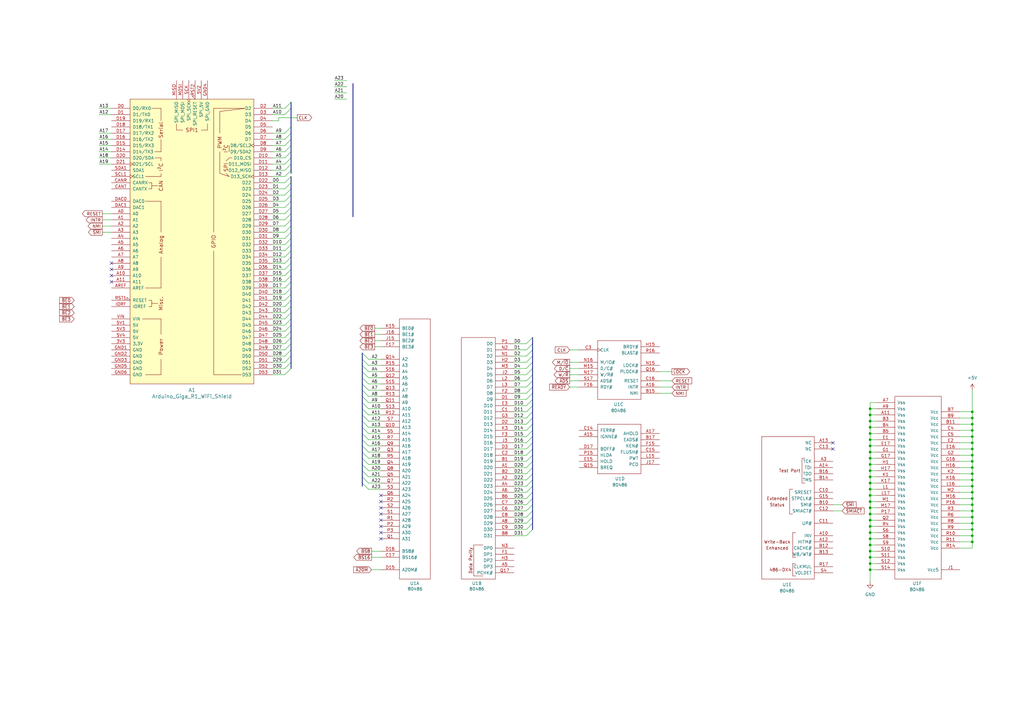
<source format=kicad_sch>
(kicad_sch (version 20231120) (generator "eeschema") (generator_version "8.0")
  (paper "A3")
  (junction (at 356.87 190.5))
  (junction (at 398.78 207.01))
  (junction (at 356.87 167.64))
  (junction (at 398.78 196.85))
  (junction (at 398.78 199.39))
  (junction (at 356.87 195.58))
  (junction (at 398.78 184.15))
  (junction (at 356.87 218.44))
  (junction (at 356.87 223.52))
  (junction (at 398.78 214.63))
  (junction (at 356.87 177.8))
  (junction (at 398.78 201.93))
  (junction (at 398.78 168.91))
  (junction (at 356.87 220.98))
  (junction (at 398.78 189.23))
  (junction (at 398.78 219.71))
  (junction (at 356.87 205.74))
  (junction (at 356.87 170.18))
  (junction (at 356.87 198.12))
  (junction (at 356.87 228.6))
  (junction (at 356.87 208.28))
  (junction (at 398.78 194.31))
  (junction (at 398.78 212.09))
  (junction (at 356.87 180.34))
  (junction (at 356.87 210.82))
  (junction (at 356.87 175.26))
  (junction (at 398.78 217.17))
  (junction (at 356.87 203.2))
  (junction (at 398.78 173.99))
  (junction (at 398.78 181.61))
  (junction (at 356.87 231.14))
  (junction (at 356.87 187.96))
  (junction (at 398.78 179.07))
  (junction (at 398.78 222.25))
  (junction (at 356.87 200.66))
  (junction (at 356.87 172.72))
  (junction (at 398.78 176.53))
  (junction (at 356.87 226.06))
  (junction (at 356.87 185.42))
  (junction (at 356.87 233.68))
  (junction (at 398.78 186.69))
  (junction (at 398.78 191.77))
  (junction (at 356.87 193.04))
  (junction (at 398.78 209.55))
  (junction (at 398.78 204.47))
  (junction (at 356.87 215.9))
  (junction (at 356.87 182.88))
  (junction (at 398.78 171.45))
  (junction (at 356.87 213.36))
  (no_connect (at 45.72 110.49))
  (no_connect (at 156.21 213.36))
  (no_connect (at 156.21 218.44))
  (no_connect (at 45.72 115.57))
  (no_connect (at 156.21 203.2))
  (no_connect (at 156.21 208.28))
  (no_connect (at 156.21 215.9))
  (no_connect (at 45.72 107.95))
  (no_connect (at 156.21 210.82))
  (no_connect (at 45.72 113.03))
  (no_connect (at 341.63 184.15))
  (no_connect (at 341.63 181.61))
  (no_connect (at 156.21 220.98))
  (no_connect (at 156.21 205.74))
  (bus_entry (at 119.38 128.27) (size -2.54 2.54))
  (bus_entry (at 218.44 173.99) (size -2.54 2.54))
  (bus_entry (at 116.84 69.85) (size 2.54 -2.54))
  (bus_entry (at 116.84 72.39) (size 2.54 -2.54))
  (bus_entry (at 119.38 82.55) (size -2.54 2.54))
  (bus_entry (at 218.44 191.77) (size -2.54 2.54))
  (bus_entry (at 218.44 156.21) (size -2.54 2.54))
  (bus_entry (at 218.44 184.15) (size -2.54 2.54))
  (bus_entry (at 218.44 207.01) (size -2.54 2.54))
  (bus_entry (at 148.59 149.86) (size 2.54 2.54))
  (bus_entry (at 119.38 151.13) (size -2.54 2.54))
  (bus_entry (at 218.44 171.45) (size -2.54 2.54))
  (bus_entry (at 119.38 80.01) (size -2.54 2.54))
  (bus_entry (at 116.84 64.77) (size 2.54 -2.54))
  (bus_entry (at 119.38 87.63) (size -2.54 2.54))
  (bus_entry (at 218.44 217.17) (size -2.54 2.54))
  (bus_entry (at 119.38 123.19) (size -2.54 2.54))
  (bus_entry (at 148.59 177.8) (size 2.54 2.54))
  (bus_entry (at 116.84 62.23) (size 2.54 -2.54))
  (bus_entry (at 119.38 102.87) (size -2.54 2.54))
  (bus_entry (at 148.59 144.78) (size 2.54 2.54))
  (bus_entry (at 218.44 199.39) (size -2.54 2.54))
  (bus_entry (at 119.38 74.93) (size -2.54 2.54))
  (bus_entry (at 116.84 46.99) (size 2.54 -2.54))
  (bus_entry (at 148.59 170.18) (size 2.54 2.54))
  (bus_entry (at 148.59 193.04) (size 2.54 2.54))
  (bus_entry (at 148.59 198.12) (size 2.54 2.54))
  (bus_entry (at 218.44 186.69) (size -2.54 2.54))
  (bus_entry (at 119.38 85.09) (size -2.54 2.54))
  (bus_entry (at 119.38 120.65) (size -2.54 2.54))
  (bus_entry (at 119.38 107.95) (size -2.54 2.54))
  (bus_entry (at 119.38 133.35) (size -2.54 2.54))
  (bus_entry (at 218.44 212.09) (size -2.54 2.54))
  (bus_entry (at 119.38 148.59) (size -2.54 2.54))
  (bus_entry (at 218.44 138.43) (size -2.54 2.54))
  (bus_entry (at 218.44 204.47) (size -2.54 2.54))
  (bus_entry (at 148.59 157.48) (size 2.54 2.54))
  (bus_entry (at 116.84 44.45) (size 2.54 -2.54))
  (bus_entry (at 116.84 54.61) (size 2.54 -2.54))
  (bus_entry (at 148.59 185.42) (size 2.54 2.54))
  (bus_entry (at 119.38 140.97) (size -2.54 2.54))
  (bus_entry (at 148.59 162.56) (size 2.54 2.54))
  (bus_entry (at 218.44 158.75) (size -2.54 2.54))
  (bus_entry (at 218.44 201.93) (size -2.54 2.54))
  (bus_entry (at 148.59 152.4) (size 2.54 2.54))
  (bus_entry (at 119.38 138.43) (size -2.54 2.54))
  (bus_entry (at 148.59 147.32) (size 2.54 2.54))
  (bus_entry (at 119.38 115.57) (size -2.54 2.54))
  (bus_entry (at 148.59 187.96) (size 2.54 2.54))
  (bus_entry (at 119.38 90.17) (size -2.54 2.54))
  (bus_entry (at 218.44 140.97) (size -2.54 2.54))
  (bus_entry (at 119.38 143.51) (size -2.54 2.54))
  (bus_entry (at 218.44 181.61) (size -2.54 2.54))
  (bus_entry (at 148.59 182.88) (size 2.54 2.54))
  (bus_entry (at 148.59 180.34) (size 2.54 2.54))
  (bus_entry (at 218.44 163.83) (size -2.54 2.54))
  (bus_entry (at 116.84 59.69) (size 2.54 -2.54))
  (bus_entry (at 119.38 77.47) (size -2.54 2.54))
  (bus_entry (at 218.44 209.55) (size -2.54 2.54))
  (bus_entry (at 119.38 135.89) (size -2.54 2.54))
  (bus_entry (at 148.59 165.1) (size 2.54 2.54))
  (bus_entry (at 119.38 92.71) (size -2.54 2.54))
  (bus_entry (at 119.38 72.39) (size -2.54 2.54))
  (bus_entry (at 148.59 160.02) (size 2.54 2.54))
  (bus_entry (at 119.38 146.05) (size -2.54 2.54))
  (bus_entry (at 218.44 146.05) (size -2.54 2.54))
  (bus_entry (at 218.44 161.29) (size -2.54 2.54))
  (bus_entry (at 218.44 143.51) (size -2.54 2.54))
  (bus_entry (at 119.38 100.33) (size -2.54 2.54))
  (bus_entry (at 218.44 189.23) (size -2.54 2.54))
  (bus_entry (at 119.38 118.11) (size -2.54 2.54))
  (bus_entry (at 116.84 67.31) (size 2.54 -2.54))
  (bus_entry (at 148.59 172.72) (size 2.54 2.54))
  (bus_entry (at 218.44 176.53) (size -2.54 2.54))
  (bus_entry (at 119.38 105.41) (size -2.54 2.54))
  (bus_entry (at 218.44 166.37) (size -2.54 2.54))
  (bus_entry (at 119.38 130.81) (size -2.54 2.54))
  (bus_entry (at 218.44 151.13) (size -2.54 2.54))
  (bus_entry (at 148.59 167.64) (size 2.54 2.54))
  (bus_entry (at 148.59 195.58) (size 2.54 2.54))
  (bus_entry (at 218.44 168.91) (size -2.54 2.54))
  (bus_entry (at 218.44 194.31) (size -2.54 2.54))
  (bus_entry (at 218.44 148.59) (size -2.54 2.54))
  (bus_entry (at 218.44 214.63) (size -2.54 2.54))
  (bus_entry (at 119.38 113.03) (size -2.54 2.54))
  (bus_entry (at 119.38 110.49) (size -2.54 2.54))
  (bus_entry (at 218.44 196.85) (size -2.54 2.54))
  (bus_entry (at 148.59 154.94) (size 2.54 2.54))
  (bus_entry (at 116.84 57.15) (size 2.54 -2.54))
  (bus_entry (at 148.59 190.5) (size 2.54 2.54))
  (bus_entry (at 218.44 153.67) (size -2.54 2.54))
  (bus_entry (at 218.44 179.07) (size -2.54 2.54))
  (bus_entry (at 119.38 97.79) (size -2.54 2.54))
  (bus_entry (at 119.38 95.25) (size -2.54 2.54))
  (bus_entry (at 148.59 175.26) (size 2.54 2.54))
  (bus_entry (at 119.38 125.73) (size -2.54 2.54))
  (wire (pts (xy 356.87 220.98) (xy 356.87 223.52)))
  (bus (pts (xy 119.38 125.73) (xy 119.38 128.27)))
  (wire (pts (xy 356.87 185.42) (xy 356.87 187.96)))
  (wire (pts (xy 398.78 209.55) (xy 398.78 212.09)))
  (wire (pts (xy 356.87 195.58) (xy 359.41 195.58)))
  (wire (pts (xy 116.84 57.15) (xy 111.76 57.15)))
  (wire (pts (xy 393.7 171.45) (xy 398.78 171.45)))
  (wire (pts (xy 393.7 222.25) (xy 398.78 222.25)))
  (wire (pts (xy 152.4 228.6) (xy 156.21 228.6)))
  (wire (pts (xy 111.76 128.27) (xy 116.84 128.27)))
  (bus (pts (xy 218.44 156.21) (xy 218.44 158.75)))
  (wire (pts (xy 116.84 54.61) (xy 111.76 54.61)))
  (wire (pts (xy 210.82 207.01) (xy 215.9 207.01)))
  (wire (pts (xy 356.87 182.88) (xy 356.87 185.42)))
  (wire (pts (xy 210.82 161.29) (xy 215.9 161.29)))
  (wire (pts (xy 356.87 172.72) (xy 359.41 172.72)))
  (wire (pts (xy 111.76 146.05) (xy 116.84 146.05)))
  (wire (pts (xy 356.87 223.52) (xy 356.87 226.06)))
  (wire (pts (xy 356.87 190.5) (xy 356.87 193.04)))
  (wire (pts (xy 45.72 67.31) (xy 40.64 67.31)))
  (wire (pts (xy 210.82 173.99) (xy 215.9 173.99)))
  (wire (pts (xy 356.87 213.36) (xy 359.41 213.36)))
  (wire (pts (xy 152.4 233.68) (xy 156.21 233.68)))
  (wire (pts (xy 359.41 220.98) (xy 356.87 220.98)))
  (bus (pts (xy 144.78 34.29) (xy 144.78 88.9)))
  (wire (pts (xy 153.67 137.16) (xy 156.21 137.16)))
  (bus (pts (xy 148.59 149.86) (xy 148.59 152.4)))
  (wire (pts (xy 116.84 62.23) (xy 111.76 62.23)))
  (wire (pts (xy 356.87 193.04) (xy 356.87 195.58)))
  (bus (pts (xy 119.38 62.23) (xy 119.38 64.77)))
  (wire (pts (xy 398.78 196.85) (xy 398.78 199.39)))
  (wire (pts (xy 151.13 180.34) (xy 156.21 180.34)))
  (bus (pts (xy 148.59 167.64) (xy 148.59 170.18)))
  (bus (pts (xy 148.59 152.4) (xy 148.59 154.94)))
  (wire (pts (xy 210.82 204.47) (xy 215.9 204.47)))
  (wire (pts (xy 398.78 186.69) (xy 398.78 189.23)))
  (wire (pts (xy 398.78 171.45) (xy 398.78 173.99)))
  (bus (pts (xy 119.38 92.71) (xy 119.38 95.25)))
  (wire (pts (xy 356.87 228.6) (xy 359.41 228.6)))
  (bus (pts (xy 119.38 143.51) (xy 119.38 146.05)))
  (wire (pts (xy 270.51 158.75) (xy 275.59 158.75)))
  (wire (pts (xy 210.82 196.85) (xy 215.9 196.85)))
  (wire (pts (xy 356.87 165.1) (xy 356.87 167.64)))
  (wire (pts (xy 210.82 179.07) (xy 215.9 179.07)))
  (wire (pts (xy 111.76 140.97) (xy 116.84 140.97)))
  (wire (pts (xy 41.91 92.71) (xy 45.72 92.71)))
  (wire (pts (xy 111.76 138.43) (xy 116.84 138.43)))
  (wire (pts (xy 111.76 151.13) (xy 116.84 151.13)))
  (wire (pts (xy 151.13 198.12) (xy 156.21 198.12)))
  (wire (pts (xy 116.84 44.45) (xy 111.76 44.45)))
  (wire (pts (xy 111.76 85.09) (xy 116.84 85.09)))
  (wire (pts (xy 210.82 217.17) (xy 215.9 217.17)))
  (wire (pts (xy 210.82 184.15) (xy 215.9 184.15)))
  (bus (pts (xy 148.59 182.88) (xy 148.59 185.42)))
  (wire (pts (xy 356.87 210.82) (xy 356.87 213.36)))
  (wire (pts (xy 356.87 218.44) (xy 359.41 218.44)))
  (wire (pts (xy 233.68 153.67) (xy 237.49 153.67)))
  (wire (pts (xy 398.78 191.77) (xy 398.78 194.31)))
  (bus (pts (xy 119.38 130.81) (xy 119.38 133.35)))
  (bus (pts (xy 148.59 165.1) (xy 148.59 167.64)))
  (wire (pts (xy 111.76 97.79) (xy 116.84 97.79)))
  (wire (pts (xy 111.76 113.03) (xy 116.84 113.03)))
  (bus (pts (xy 218.44 179.07) (xy 218.44 181.61)))
  (wire (pts (xy 142.24 40.64) (xy 137.16 40.64)))
  (wire (pts (xy 210.82 181.61) (xy 215.9 181.61)))
  (bus (pts (xy 119.38 140.97) (xy 119.38 143.51)))
  (wire (pts (xy 270.51 152.4) (xy 275.59 152.4)))
  (wire (pts (xy 151.13 162.56) (xy 156.21 162.56)))
  (wire (pts (xy 142.24 35.56) (xy 137.16 35.56)))
  (wire (pts (xy 210.82 158.75) (xy 215.9 158.75)))
  (wire (pts (xy 356.87 172.72) (xy 356.87 175.26)))
  (wire (pts (xy 151.13 152.4) (xy 156.21 152.4)))
  (bus (pts (xy 148.59 190.5) (xy 148.59 193.04)))
  (bus (pts (xy 119.38 69.85) (xy 119.38 71.12)))
  (wire (pts (xy 151.13 147.32) (xy 156.21 147.32)))
  (wire (pts (xy 356.87 170.18) (xy 359.41 170.18)))
  (bus (pts (xy 218.44 148.59) (xy 218.44 151.13)))
  (wire (pts (xy 393.7 176.53) (xy 398.78 176.53)))
  (wire (pts (xy 45.72 59.69) (xy 40.64 59.69)))
  (bus (pts (xy 218.44 201.93) (xy 218.44 204.47)))
  (bus (pts (xy 148.59 172.72) (xy 148.59 175.26)))
  (wire (pts (xy 45.72 54.61) (xy 40.64 54.61)))
  (wire (pts (xy 210.82 191.77) (xy 215.9 191.77)))
  (wire (pts (xy 151.13 193.04) (xy 156.21 193.04)))
  (wire (pts (xy 151.13 175.26) (xy 156.21 175.26)))
  (wire (pts (xy 111.76 135.89) (xy 116.84 135.89)))
  (wire (pts (xy 398.78 207.01) (xy 398.78 209.55)))
  (wire (pts (xy 151.13 149.86) (xy 156.21 149.86)))
  (wire (pts (xy 111.76 123.19) (xy 116.84 123.19)))
  (wire (pts (xy 111.76 77.47) (xy 116.84 77.47)))
  (wire (pts (xy 151.13 187.96) (xy 156.21 187.96)))
  (wire (pts (xy 210.82 189.23) (xy 215.9 189.23)))
  (wire (pts (xy 233.68 148.59) (xy 237.49 148.59)))
  (bus (pts (xy 218.44 140.97) (xy 218.44 143.51)))
  (wire (pts (xy 393.7 201.93) (xy 398.78 201.93)))
  (wire (pts (xy 356.87 187.96) (xy 356.87 190.5)))
  (wire (pts (xy 356.87 193.04) (xy 359.41 193.04)))
  (wire (pts (xy 111.76 130.81) (xy 116.84 130.81)))
  (wire (pts (xy 210.82 148.59) (xy 215.9 148.59)))
  (bus (pts (xy 218.44 207.01) (xy 218.44 209.55)))
  (bus (pts (xy 218.44 209.55) (xy 218.44 212.09)))
  (wire (pts (xy 210.82 176.53) (xy 215.9 176.53)))
  (wire (pts (xy 210.82 219.71) (xy 215.9 219.71)))
  (wire (pts (xy 153.67 134.62) (xy 156.21 134.62)))
  (wire (pts (xy 116.84 46.99) (xy 111.76 46.99)))
  (bus (pts (xy 119.38 77.47) (xy 119.38 80.01)))
  (wire (pts (xy 210.82 171.45) (xy 215.9 171.45)))
  (bus (pts (xy 218.44 184.15) (xy 218.44 186.69)))
  (wire (pts (xy 111.76 120.65) (xy 116.84 120.65)))
  (wire (pts (xy 151.13 160.02) (xy 156.21 160.02)))
  (wire (pts (xy 111.76 90.17) (xy 116.84 90.17)))
  (wire (pts (xy 356.87 185.42) (xy 359.41 185.42)))
  (wire (pts (xy 393.7 209.55) (xy 398.78 209.55)))
  (wire (pts (xy 356.87 198.12) (xy 359.41 198.12)))
  (bus (pts (xy 218.44 163.83) (xy 218.44 166.37)))
  (bus (pts (xy 148.59 193.04) (xy 148.59 195.58)))
  (wire (pts (xy 356.87 203.2) (xy 356.87 205.74)))
  (wire (pts (xy 116.84 59.69) (xy 111.76 59.69)))
  (wire (pts (xy 398.78 199.39) (xy 398.78 201.93)))
  (wire (pts (xy 356.87 187.96) (xy 359.41 187.96)))
  (wire (pts (xy 356.87 198.12) (xy 356.87 200.66)))
  (wire (pts (xy 111.76 143.51) (xy 116.84 143.51)))
  (wire (pts (xy 151.13 190.5) (xy 156.21 190.5)))
  (bus (pts (xy 148.59 170.18) (xy 148.59 172.72)))
  (bus (pts (xy 119.38 113.03) (xy 119.38 115.57)))
  (bus (pts (xy 119.38 107.95) (xy 119.38 110.49)))
  (wire (pts (xy 393.7 189.23) (xy 398.78 189.23)))
  (wire (pts (xy 210.82 143.51) (xy 215.9 143.51)))
  (bus (pts (xy 218.44 181.61) (xy 218.44 184.15)))
  (wire (pts (xy 114.3 48.26) (xy 114.3 49.53)))
  (bus (pts (xy 119.38 57.15) (xy 119.38 59.69)))
  (bus (pts (xy 119.38 100.33) (xy 119.38 102.87)))
  (wire (pts (xy 393.7 184.15) (xy 398.78 184.15)))
  (wire (pts (xy 356.87 177.8) (xy 359.41 177.8)))
  (wire (pts (xy 356.87 226.06) (xy 359.41 226.06)))
  (wire (pts (xy 356.87 177.8) (xy 356.87 180.34)))
  (wire (pts (xy 151.13 185.42) (xy 156.21 185.42)))
  (bus (pts (xy 119.38 105.41) (xy 119.38 107.95)))
  (wire (pts (xy 398.78 214.63) (xy 398.78 217.17)))
  (wire (pts (xy 398.78 176.53) (xy 398.78 179.07)))
  (wire (pts (xy 116.84 69.85) (xy 111.76 69.85)))
  (wire (pts (xy 142.24 38.1) (xy 137.16 38.1)))
  (bus (pts (xy 218.44 196.85) (xy 218.44 199.39)))
  (wire (pts (xy 398.78 179.07) (xy 398.78 181.61)))
  (wire (pts (xy 116.84 64.77) (xy 111.76 64.77)))
  (wire (pts (xy 153.67 142.24) (xy 156.21 142.24)))
  (bus (pts (xy 218.44 146.05) (xy 218.44 148.59)))
  (wire (pts (xy 111.76 115.57) (xy 116.84 115.57)))
  (wire (pts (xy 393.7 196.85) (xy 398.78 196.85)))
  (bus (pts (xy 119.38 64.77) (xy 119.38 67.31)))
  (wire (pts (xy 356.87 175.26) (xy 359.41 175.26)))
  (wire (pts (xy 151.13 154.94) (xy 156.21 154.94)))
  (wire (pts (xy 111.76 74.93) (xy 116.84 74.93)))
  (wire (pts (xy 393.7 194.31) (xy 398.78 194.31)))
  (wire (pts (xy 393.7 168.91) (xy 398.78 168.91)))
  (bus (pts (xy 148.59 157.48) (xy 148.59 160.02)))
  (bus (pts (xy 218.44 214.63) (xy 218.44 217.17)))
  (bus (pts (xy 218.44 151.13) (xy 218.44 153.67)))
  (bus (pts (xy 119.38 138.43) (xy 119.38 140.97)))
  (bus (pts (xy 119.38 44.45) (xy 119.38 52.07)))
  (bus (pts (xy 218.44 176.53) (xy 218.44 179.07)))
  (wire (pts (xy 111.76 133.35) (xy 116.84 133.35)))
  (bus (pts (xy 119.38 87.63) (xy 119.38 90.17)))
  (wire (pts (xy 393.7 217.17) (xy 398.78 217.17)))
  (bus (pts (xy 148.59 198.12) (xy 148.59 199.39)))
  (wire (pts (xy 393.7 179.07) (xy 398.78 179.07)))
  (bus (pts (xy 218.44 199.39) (xy 218.44 201.93)))
  (wire (pts (xy 152.4 226.06) (xy 156.21 226.06)))
  (wire (pts (xy 356.87 203.2) (xy 359.41 203.2)))
  (wire (pts (xy 151.13 167.64) (xy 156.21 167.64)))
  (bus (pts (xy 119.38 67.31) (xy 119.38 69.85)))
  (wire (pts (xy 111.76 110.49) (xy 116.84 110.49)))
  (wire (pts (xy 210.82 151.13) (xy 215.9 151.13)))
  (wire (pts (xy 111.76 92.71) (xy 116.84 92.71)))
  (wire (pts (xy 356.87 210.82) (xy 359.41 210.82)))
  (wire (pts (xy 111.76 100.33) (xy 116.84 100.33)))
  (wire (pts (xy 210.82 168.91) (xy 215.9 168.91)))
  (wire (pts (xy 356.87 226.06) (xy 356.87 228.6)))
  (wire (pts (xy 111.76 148.59) (xy 116.84 148.59)))
  (wire (pts (xy 210.82 214.63) (xy 215.9 214.63)))
  (bus (pts (xy 218.44 153.67) (xy 218.44 156.21)))
  (bus (pts (xy 218.44 143.51) (xy 218.44 146.05)))
  (bus (pts (xy 218.44 158.75) (xy 218.44 161.29)))
  (bus (pts (xy 218.44 166.37) (xy 218.44 168.91)))
  (wire (pts (xy 398.78 204.47) (xy 398.78 207.01)))
  (bus (pts (xy 119.38 120.65) (xy 119.38 123.19)))
  (wire (pts (xy 356.87 200.66) (xy 356.87 203.2)))
  (bus (pts (xy 218.44 173.99) (xy 218.44 176.53)))
  (bus (pts (xy 119.38 54.61) (xy 119.38 57.15)))
  (wire (pts (xy 210.82 156.21) (xy 215.9 156.21)))
  (bus (pts (xy 119.38 123.19) (xy 119.38 125.73)))
  (bus (pts (xy 119.38 82.55) (xy 119.38 85.09)))
  (wire (pts (xy 111.76 95.25) (xy 116.84 95.25)))
  (wire (pts (xy 356.87 175.26) (xy 356.87 177.8)))
  (wire (pts (xy 210.82 186.69) (xy 215.9 186.69)))
  (wire (pts (xy 398.78 222.25) (xy 398.78 224.79)))
  (bus (pts (xy 119.38 41.91) (xy 119.38 44.45)))
  (wire (pts (xy 393.7 204.47) (xy 398.78 204.47)))
  (bus (pts (xy 119.38 133.35) (xy 119.38 135.89)))
  (bus (pts (xy 218.44 171.45) (xy 218.44 173.99)))
  (wire (pts (xy 356.87 167.64) (xy 359.41 167.64)))
  (wire (pts (xy 151.13 157.48) (xy 156.21 157.48)))
  (wire (pts (xy 233.68 143.51) (xy 237.49 143.51)))
  (wire (pts (xy 398.78 189.23) (xy 398.78 191.77)))
  (wire (pts (xy 398.78 217.17) (xy 398.78 219.71)))
  (wire (pts (xy 151.13 165.1) (xy 156.21 165.1)))
  (wire (pts (xy 356.87 167.64) (xy 356.87 170.18)))
  (bus (pts (xy 119.38 97.79) (xy 119.38 100.33)))
  (wire (pts (xy 356.87 233.68) (xy 356.87 238.76)))
  (bus (pts (xy 119.38 115.57) (xy 119.38 118.11)))
  (bus (pts (xy 218.44 212.09) (xy 218.44 214.63)))
  (bus (pts (xy 119.38 128.27) (xy 119.38 130.81)))
  (wire (pts (xy 210.82 199.39) (xy 215.9 199.39)))
  (wire (pts (xy 393.7 212.09) (xy 398.78 212.09)))
  (wire (pts (xy 210.82 212.09) (xy 215.9 212.09)))
  (wire (pts (xy 393.7 199.39) (xy 398.78 199.39)))
  (wire (pts (xy 398.78 224.79) (xy 393.7 224.79)))
  (bus (pts (xy 148.59 162.56) (xy 148.59 165.1)))
  (wire (pts (xy 393.7 207.01) (xy 398.78 207.01)))
  (bus (pts (xy 218.44 168.91) (xy 218.44 171.45)))
  (bus (pts (xy 119.38 118.11) (xy 119.38 120.65)))
  (wire (pts (xy 356.87 205.74) (xy 359.41 205.74)))
  (wire (pts (xy 210.82 163.83) (xy 215.9 163.83)))
  (wire (pts (xy 233.68 158.75) (xy 237.49 158.75)))
  (wire (pts (xy 356.87 215.9) (xy 356.87 218.44)))
  (wire (pts (xy 151.13 170.18) (xy 156.21 170.18)))
  (wire (pts (xy 393.7 191.77) (xy 398.78 191.77)))
  (wire (pts (xy 398.78 201.93) (xy 398.78 204.47)))
  (wire (pts (xy 270.51 161.29) (xy 275.59 161.29)))
  (bus (pts (xy 119.38 52.07) (xy 119.38 54.61)))
  (wire (pts (xy 398.78 219.71) (xy 398.78 222.25)))
  (wire (pts (xy 356.87 205.74) (xy 356.87 208.28)))
  (wire (pts (xy 121.92 48.26) (xy 114.3 48.26)))
  (wire (pts (xy 210.82 140.97) (xy 215.9 140.97)))
  (wire (pts (xy 393.7 181.61) (xy 398.78 181.61)))
  (wire (pts (xy 116.84 67.31) (xy 111.76 67.31)))
  (bus (pts (xy 119.38 85.09) (xy 119.38 87.63)))
  (bus (pts (xy 218.44 138.43) (xy 218.44 140.97)))
  (wire (pts (xy 45.72 62.23) (xy 40.64 62.23)))
  (wire (pts (xy 356.87 218.44) (xy 356.87 220.98)))
  (wire (pts (xy 151.13 195.58) (xy 156.21 195.58)))
  (wire (pts (xy 356.87 223.52) (xy 359.41 223.52)))
  (wire (pts (xy 356.87 165.1) (xy 359.41 165.1)))
  (wire (pts (xy 356.87 180.34) (xy 359.41 180.34)))
  (wire (pts (xy 398.78 194.31) (xy 398.78 196.85)))
  (wire (pts (xy 341.63 209.55) (xy 345.44 209.55)))
  (wire (pts (xy 151.13 177.8) (xy 156.21 177.8)))
  (bus (pts (xy 119.38 90.17) (xy 119.38 92.71)))
  (wire (pts (xy 393.7 214.63) (xy 398.78 214.63)))
  (wire (pts (xy 111.76 118.11) (xy 116.84 118.11)))
  (wire (pts (xy 270.51 156.21) (xy 275.59 156.21)))
  (bus (pts (xy 148.59 177.8) (xy 148.59 180.34)))
  (wire (pts (xy 393.7 219.71) (xy 398.78 219.71)))
  (bus (pts (xy 119.38 148.59) (xy 119.38 151.13)))
  (wire (pts (xy 45.72 46.99) (xy 40.64 46.99)))
  (wire (pts (xy 111.76 105.41) (xy 116.84 105.41)))
  (wire (pts (xy 359.41 233.68) (xy 356.87 233.68)))
  (bus (pts (xy 218.44 189.23) (xy 218.44 191.77)))
  (wire (pts (xy 356.87 182.88) (xy 359.41 182.88)))
  (wire (pts (xy 341.63 207.01) (xy 345.44 207.01)))
  (wire (pts (xy 151.13 182.88) (xy 156.21 182.88)))
  (wire (pts (xy 45.72 44.45) (xy 40.64 44.45)))
  (wire (pts (xy 111.76 80.01) (xy 116.84 80.01)))
  (bus (pts (xy 148.59 187.96) (xy 148.59 190.5)))
  (wire (pts (xy 41.91 90.17) (xy 45.72 90.17)))
  (bus (pts (xy 119.38 95.25) (xy 119.38 97.79)))
  (wire (pts (xy 393.7 186.69) (xy 398.78 186.69)))
  (bus (pts (xy 148.59 180.34) (xy 148.59 182.88)))
  (bus (pts (xy 119.38 72.39) (xy 119.38 74.93)))
  (bus (pts (xy 218.44 186.69) (xy 218.44 189.23)))
  (bus (pts (xy 218.44 204.47) (xy 218.44 207.01)))
  (bus (pts (xy 148.59 195.58) (xy 148.59 198.12)))
  (wire (pts (xy 111.76 87.63) (xy 116.84 87.63)))
  (bus (pts (xy 148.59 185.42) (xy 148.59 187.96)))
  (wire (pts (xy 356.87 228.6) (xy 356.87 231.14)))
  (wire (pts (xy 356.87 190.5) (xy 359.41 190.5)))
  (wire (pts (xy 111.76 82.55) (xy 116.84 82.55)))
  (wire (pts (xy 233.68 151.13) (xy 237.49 151.13)))
  (bus (pts (xy 119.38 146.05) (xy 119.38 148.59)))
  (wire (pts (xy 398.78 168.91) (xy 398.78 171.45)))
  (wire (pts (xy 111.76 49.53) (xy 114.3 49.53)))
  (wire (pts (xy 41.91 87.63) (xy 45.72 87.63)))
  (bus (pts (xy 218.44 161.29) (xy 218.44 163.83)))
  (wire (pts (xy 398.78 184.15) (xy 398.78 186.69)))
  (wire (pts (xy 151.13 200.66) (xy 156.21 200.66)))
  (wire (pts (xy 356.87 180.34) (xy 356.87 182.88)))
  (wire (pts (xy 356.87 231.14) (xy 356.87 233.68)))
  (wire (pts (xy 111.76 125.73) (xy 116.84 125.73)))
  (bus (pts (xy 148.59 144.78) (xy 148.59 147.32)))
  (wire (pts (xy 210.82 194.31) (xy 215.9 194.31)))
  (bus (pts (xy 119.38 74.93) (xy 119.38 77.47)))
  (wire (pts (xy 210.82 209.55) (xy 215.9 209.55)))
  (bus (pts (xy 218.44 191.77) (xy 218.44 194.31)))
  (wire (pts (xy 356.87 170.18) (xy 356.87 172.72)))
  (bus (pts (xy 119.38 59.69) (xy 119.38 62.23)))
  (wire (pts (xy 210.82 153.67) (xy 215.9 153.67)))
  (wire (pts (xy 356.87 215.9) (xy 359.41 215.9)))
  (wire (pts (xy 210.82 201.93) (xy 215.9 201.93)))
  (wire (pts (xy 116.84 72.39) (xy 111.76 72.39)))
  (bus (pts (xy 119.38 110.49) (xy 119.38 113.03)))
  (wire (pts (xy 210.82 146.05) (xy 215.9 146.05)))
  (bus (pts (xy 218.44 194.31) (xy 218.44 196.85)))
  (wire (pts (xy 111.76 107.95) (xy 116.84 107.95)))
  (bus (pts (xy 148.59 175.26) (xy 148.59 177.8)))
  (bus (pts (xy 148.59 147.32) (xy 148.59 149.86)))
  (wire (pts (xy 398.78 173.99) (xy 398.78 176.53)))
  (wire (pts (xy 45.72 64.77) (xy 40.64 64.77)))
  (wire (pts (xy 356.87 231.14) (xy 359.41 231.14)))
  (bus (pts (xy 119.38 80.01) (xy 119.38 82.55)))
  (wire (pts (xy 356.87 208.28) (xy 356.87 210.82)))
  (wire (pts (xy 111.76 153.67) (xy 116.84 153.67)))
  (bus (pts (xy 148.59 160.02) (xy 148.59 162.56)))
  (wire (pts (xy 41.91 95.25) (xy 45.72 95.25)))
  (wire (pts (xy 111.76 102.87) (xy 116.84 102.87)))
  (wire (pts (xy 398.78 181.61) (xy 398.78 184.15)))
  (wire (pts (xy 393.7 173.99) (xy 398.78 173.99)))
  (wire (pts (xy 356.87 195.58) (xy 356.87 198.12)))
  (wire (pts (xy 210.82 166.37) (xy 215.9 166.37)))
  (wire (pts (xy 45.72 57.15) (xy 40.64 57.15)))
  (wire (pts (xy 142.24 33.02) (xy 137.16 33.02)))
  (bus (pts (xy 119.38 135.89) (xy 119.38 138.43)))
  (wire (pts (xy 153.67 139.7) (xy 156.21 139.7)))
  (wire (pts (xy 151.13 172.72) (xy 156.21 172.72)))
  (bus (pts (xy 148.59 154.94) (xy 148.59 157.48)))
  (wire (pts (xy 356.87 208.28) (xy 359.41 208.28)))
  (wire (pts (xy 356.87 213.36) (xy 356.87 215.9)))
  (wire (pts (xy 356.87 200.66) (xy 359.41 200.66)))
  (wire (pts (xy 233.68 156.21) (xy 237.49 156.21)))
  (bus (pts (xy 119.38 102.87) (xy 119.38 105.41)))
  (wire (pts (xy 398.78 212.09) (xy 398.78 214.63)))
  (wire (pts (xy 398.78 160.02) (xy 398.78 168.91)))
  (label "D23" (at 210.82 199.39 0))
  (label "D1" (at 210.82 143.51 0))
  (label "A21" (at 152.4 195.58 0))
  (label "D7" (at 210.82 158.75 0))
  (label "A8" (at 115.57 57.15 180))
  (label "D6" (at 111.76 90.17 0))
  (label "A13" (at 152.4 175.26 0))
  (label "D14" (at 111.76 110.49 0))
  (label "D8" (at 210.82 161.29 0))
  (label "D1" (at 111.76 77.47 0))
  (label "A12" (at 44.45 46.99 180))
  (label "D24" (at 111.76 135.89 0))
  (label "D22" (at 111.76 130.81 0))
  (label "D24" (at 210.82 201.93 0))
  (label "A23" (at 152.4 200.66 0))
  (label "D10" (at 210.82 166.37 0))
  (label "D22" (at 210.82 196.85 0))
  (label "D28" (at 111.76 146.05 0))
  (label "D15" (at 210.82 179.07 0))
  (label "D20" (at 210.82 191.77 0))
  (label "D4" (at 111.76 85.09 0))
  (label "A16" (at 44.45 57.15 180))
  (label "A17" (at 152.4 185.42 0))
  (label "A15" (at 152.4 180.34 0))
  (label "D5" (at 210.82 153.67 0))
  (label "A4" (at 115.57 67.31 180))
  (label "D19" (at 111.76 123.19 0))
  (label "D6" (at 210.82 156.21 0))
  (label "D9" (at 210.82 163.83 0))
  (label "D14" (at 210.82 176.53 0))
  (label "D17" (at 210.82 184.15 0))
  (label "D12" (at 111.76 105.41 0))
  (label "A15" (at 44.45 59.69 180))
  (label "D16" (at 210.82 181.61 0))
  (label "D2" (at 111.76 80.01 0))
  (label "A22" (at 152.4 198.12 0))
  (label "A21" (at 140.97 38.1 180))
  (label "D23" (at 111.76 133.35 0))
  (label "A11" (at 115.57 44.45 180))
  (label "D12" (at 210.82 171.45 0))
  (label "D5" (at 111.76 87.63 0))
  (label "A23" (at 140.97 33.02 180))
  (label "D0" (at 210.82 140.97 0))
  (label "D18" (at 111.76 120.65 0))
  (label "D26" (at 210.82 207.01 0))
  (label "A9" (at 115.57 54.61 180))
  (label "D25" (at 111.76 138.43 0))
  (label "D9" (at 111.76 97.79 0))
  (label "A11" (at 152.4 170.18 0))
  (label "D11" (at 210.82 168.91 0))
  (label "A18" (at 152.4 187.96 0))
  (label "D4" (at 210.82 151.13 0))
  (label "D15" (at 111.76 113.03 0))
  (label "D29" (at 111.76 148.59 0))
  (label "A8" (at 152.4 162.56 0))
  (label "D27" (at 111.76 143.51 0))
  (label "A19" (at 152.4 190.5 0))
  (label "A14" (at 44.45 62.23 180))
  (label "A7" (at 115.57 59.69 180))
  (label "D8" (at 111.76 95.25 0))
  (label "D18" (at 210.82 186.69 0))
  (label "A7" (at 152.4 160.02 0))
  (label "D10" (at 111.76 100.33 0))
  (label "D29" (at 210.82 214.63 0))
  (label "A9" (at 152.4 165.1 0))
  (label "D30" (at 210.82 217.17 0))
  (label "A20" (at 152.4 193.04 0))
  (label "D7" (at 111.76 92.71 0))
  (label "A10" (at 152.4 167.64 0))
  (label "D19" (at 210.82 189.23 0))
  (label "D31" (at 111.76 153.67 0))
  (label "A2" (at 152.4 147.32 0))
  (label "A3" (at 152.4 149.86 0))
  (label "D16" (at 111.76 115.57 0))
  (label "A22" (at 140.97 35.56 180))
  (label "A6" (at 152.4 157.48 0))
  (label "D13" (at 111.76 107.95 0))
  (label "A18" (at 44.45 64.77 180))
  (label "D3" (at 210.82 148.59 0))
  (label "A5" (at 152.4 154.94 0))
  (label "D31" (at 210.82 219.71 0))
  (label "A10" (at 115.57 46.99 180))
  (label "D20" (at 111.76 125.73 0))
  (label "A16" (at 152.4 182.88 0))
  (label "D11" (at 111.76 102.87 0))
  (label "D27" (at 210.82 209.55 0))
  (label "A20" (at 140.97 40.64 180))
  (label "D0" (at 111.76 74.93 0))
  (label "A13" (at 44.45 44.45 180))
  (label "D3" (at 111.76 82.55 0))
  (label "D21" (at 111.76 128.27 0))
  (label "A19" (at 44.45 67.31 180))
  (label "A4" (at 152.4 152.4 0))
  (label "D28" (at 210.82 212.09 0))
  (label "D26" (at 111.76 140.97 0))
  (label "D13" (at 210.82 173.99 0))
  (label "A5" (at 115.57 64.77 180))
  (label "A14" (at 152.4 177.8 0))
  (label "A3" (at 115.57 69.85 180))
  (label "A12" (at 152.4 172.72 0))
  (label "D25" (at 210.82 204.47 0))
  (label "D30" (at 111.76 151.13 0))
  (label "A17" (at 44.45 54.61 180))
  (label "A2" (at 115.57 72.39 180))
  (label "A6" (at 115.57 62.23 180))
  (label "D17" (at 111.76 118.11 0))
  (label "D2" (at 210.82 146.05 0))
  (label "D21" (at 210.82 194.31 0))
  (global_label "~{SMI}" (shape output) (at 41.91 95.25 180) (property "Intersheetrefs" "${INTERSHEET_REFS}" (effects (hide yes))))
  (global_label "~{LOCK}" (shape output) (at 275.59 152.4 0) (property "Intersheetrefs" "${INTERSHEET_REFS}" (effects (hide yes))))
  (global_label "~{READY}" (shape input) (at 233.68 158.75 180) (property "Intersheetrefs" "${INTERSHEET_REFS}" (effects (hide yes))))
  (global_label "RESET" (shape output) (at 41.91 87.63 180) (property "Intersheetrefs" "${INTERSHEET_REFS}" (effects (hide yes))))
  (global_label "CLK" (shape input) (at 233.68 143.51 180) (property "Intersheetrefs" "${INTERSHEET_REFS}" (effects (hide yes))))
  (global_label "~{SMI}" (shape input) (at 345.44 207.01 0) (property "Intersheetrefs" "${INTERSHEET_REFS}" (effects (hide yes))))
  (global_label "~{BE1}" (shape input) (at 30.48 125.73 180) (property "Intersheetrefs" "${INTERSHEET_REFS}" (effects (hide yes))))
  (global_label "M{slash}~{IO}" (shape output) (at 233.68 148.59 180) (property "Intersheetrefs" "${INTERSHEET_REFS}" (effects (hide yes))))
  (global_label "~{BE0}" (shape input) (at 30.48 123.19 180) (property "Intersheetrefs" "${INTERSHEET_REFS}" (effects (hide yes))))
  (global_label "INTR" (shape input) (at 275.59 158.75 0) (property "Intersheetrefs" "${INTERSHEET_REFS}" (effects (hide yes))))
  (global_label "~{BE2}" (shape input) (at 30.48 128.27 180) (property "Intersheetrefs" "${INTERSHEET_REFS}" (effects (hide yes))))
  (global_label "~{BE2}" (shape output) (at 153.67 139.7 180) (property "Intersheetrefs" "${INTERSHEET_REFS}" (effects (hide yes))))
  (global_label "~{BE1}" (shape output) (at 153.67 137.16 180) (property "Intersheetrefs" "${INTERSHEET_REFS}" (effects (hide yes))))
  (global_label "INTR" (shape output) (at 41.91 90.17 180) (property "Intersheetrefs" "${INTERSHEET_REFS}" (effects (hide yes))))
  (global_label "NMI" (shape input) (at 275.59 161.29 0) (property "Intersheetrefs" "${INTERSHEET_REFS}" (effects (hide yes))))
  (global_label "W{slash}~{R}" (shape output) (at 233.68 153.67 180) (property "Intersheetrefs" "${INTERSHEET_REFS}" (effects (hide yes))))
  (global_label "CLK" (shape output) (at 121.92 48.26 0) (property "Intersheetrefs" "${INTERSHEET_REFS}" (effects (hide yes))))
  (global_label "~{A20M}" (shape input) (at 152.4 233.68 180) (property "Intersheetrefs" "${INTERSHEET_REFS}" (effects (hide yes))))
  (global_label "~{BE3}" (shape output) (at 153.67 142.24 180) (property "Intersheetrefs" "${INTERSHEET_REFS}" (effects (hide yes))))
  (global_label "~{ADS}" (shape output) (at 233.68 156.21 180) (property "Intersheetrefs" "${INTERSHEET_REFS}" (effects (hide yes))))
  (global_label "~{BE3}" (shape input) (at 30.48 130.81 180) (property "Intersheetrefs" "${INTERSHEET_REFS}" (effects (hide yes))))
  (global_label "RESET" (shape input) (at 275.59 156.21 0) (property "Intersheetrefs" "${INTERSHEET_REFS}" (effects (hide yes))))
  (global_label "~{BE0}" (shape output) (at 153.67 134.62 180) (property "Intersheetrefs" "${INTERSHEET_REFS}" (effects (hide yes))))
  (global_label "NMI" (shape output) (at 41.91 92.71 180) (property "Intersheetrefs" "${INTERSHEET_REFS}" (effects (hide yes))))
  (global_label "D{slash}~{C}" (shape output) (at 233.68 151.13 180) (property "Intersheetrefs" "${INTERSHEET_REFS}" (effects (hide yes))))
  (global_label "~{SMIACT}" (shape input) (at 345.44 209.55 0) (property "Intersheetrefs" "${INTERSHEET_REFS}" (effects (hide yes))))
  (global_label "~{BS16}" (shape output) (at 152.4 228.6 180) (property "Intersheetrefs" "${INTERSHEET_REFS}" (effects (hide yes))))
  (global_label "~{BS8}" (shape output) (at 152.4 226.06 180) (property "Intersheetrefs" "${INTERSHEET_REFS}" (effects (hide yes))))
  (symbol (lib_id "486:80486") (at 323.85 208.28 0) (unit 5)
    (property "Reference" "U1" (at 322.834 239.776 0))
    (property "Value" "80486" (at 322.834 242.316 0))
    (property "Footprint" "custom-pga:PGA169_custom" (effects (hide yes)))
  )
  (symbol (lib_id "giga:Arduino_Giga_R1_WiFi_Shield") (at 78.74 99.06 0) (unit 1)
    (property "Reference" "A1" (at 78.74 160.02 0) (effects (font (size 1.524 1.524))))
    (property "Value" "Arduino_Giga_R1_WiFi_Shield" (at 78.74 162.56 0) (effects (font (size 1.524 1.524))))
    (property "Footprint" "custom-giga:Arduino_Giga_R1_WiFi_Shield_Custom" (effects (hide yes)))
    (property "Datasheet" "https://docs.arduino.cc/hardware/giga-r1-wifi" (effects (hide yes)))
    (property "Description" "Shield for Arduino Giga R1 WiFi" (effects (hide yes)))
  )
  (symbol (lib_id "486:80486") (at 375.92 200.66 0) (unit 6)
    (property "Reference" "U1" (at 376.174 239.268 0))
    (property "Value" "80486" (at 376.174 241.808 0))
    (property "Footprint" "custom-pga:PGA169_custom" (effects (hide yes)))
  )
  (symbol (lib_id "486:80486") (at 254 184.15 0) (unit 4)
    (property "Reference" "U1" (at 254.254 196.342 0))
    (property "Value" "80486" (at 254.254 198.882 0))
    (property "Footprint" "custom-pga:PGA169_custom" (effects (hide yes)))
  )
  (symbol (lib_id "486:80486") (at 195.58 185.42 0) (unit 2)
    (property "Reference" "U1" (at 195.58 239.268 0))
    (property "Value" "80486" (at 195.58 241.554 0))
    (property "Footprint" "custom-pga:PGA169_custom" (effects (hide yes)))
  )
  (symbol (lib_id "486:80486") (at 170.18 180.34 0) (unit 1)
    (property "Reference" "U1" (at 168.148 239.268 0) (effects (justify left)))
    (property "Value" "80486" (at 167.132 241.554 0) (effects (justify left)))
    (property "Footprint" "486 Breakout:PGA169" (effects (hide yes)))
  )
  (symbol (lib_id "power:GND") (at 356.87 238.76 0) (unit 1)
    (property "Reference" "#PWR01" (effects (hide yes)))
    (property "Value" "GND" (at 356.87 243.84 0))
    (property "Description" "Power symbol creates a global label with name \"GND\" , ground" (effects (hide yes)))
  )
  (symbol (lib_id "power:+5V") (at 398.78 160.02 0) (unit 1)
    (property "Reference" "#PWR02" (effects (hide yes)))
    (property "Value" "+5V" (at 398.78 154.94 0))
    (property "Description" "Power symbol creates a global label with name \"+5V\"" (effects (hide yes)))
  )
  (symbol (lib_id "486:80486") (at 252.73 153.67 0) (unit 3)
    (property "Reference" "U1" (at 253.746 165.862 0))
    (property "Value" "80486" (at 253.746 168.402 0))
    (property "Footprint" "custom-pga:PGA169_custom" (effects (hide yes)))
  )
)
</source>
